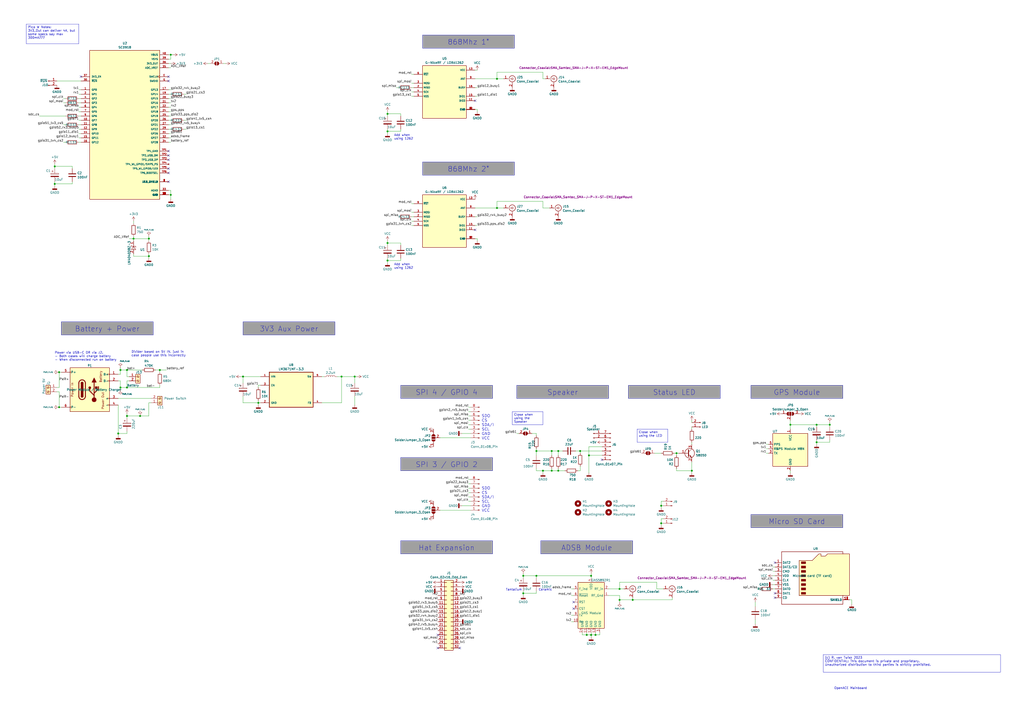
<source format=kicad_sch>
(kicad_sch (version 20231120) (generator "eeschema") (generator_version "8.0")
  (paper "A2")
  (junction (at 340.36 368.3))
  (junction (at 68.58 251.46))
  (junction (at 288.29 45.72))
  (junction (at 81.28 241.3))
  (junction (at 69.85 224.79))
  (junction (at 383.54 303.53))
  (junction (at 86.36 148.59))
  (junction (at 392.43 262.89))
  (junction (at 288.29 120.65))
  (junction (at 359.41 347.98))
  (junction (at 481.33 246.38))
  (junction (at 34.29 236.22))
  (junction (at 140.97 218.44))
  (junction (at 314.96 273.05))
  (junction (at 458.47 246.38))
  (junction (at 73.66 241.3))
  (junction (at 86.36 138.43))
  (junction (at 99.06 113.03))
  (junction (at 34.29 215.9))
  (junction (at 342.9 334.01))
  (junction (at 473.71 256.54))
  (junction (at 311.15 261.62))
  (junction (at 224.79 140.97))
  (junction (at 341.63 264.16))
  (junction (at 92.71 214.63))
  (junction (at 401.32 273.05))
  (junction (at 323.85 273.05))
  (junction (at 336.55 261.62))
  (junction (at 77.47 138.43))
  (junction (at 198.12 218.44))
  (junction (at 73.66 214.63))
  (junction (at 99.06 31.75))
  (junction (at 224.79 76.2))
  (junction (at 31.75 106.68))
  (junction (at 149.86 233.68))
  (junction (at 320.04 273.05))
  (junction (at 359.41 341.63))
  (junction (at 73.66 224.79))
  (junction (at 205.74 218.44))
  (junction (at 383.54 293.37))
  (junction (at 320.04 261.62))
  (junction (at 303.53 344.17))
  (junction (at 224.79 151.13))
  (junction (at 345.44 368.3))
  (junction (at 224.79 66.04))
  (junction (at 303.53 334.01))
  (junction (at 323.85 261.62))
  (junction (at 69.85 214.63))
  (junction (at 473.71 246.38))
  (junction (at 367.03 347.98))
  (junction (at 311.15 334.01))
  (junction (at 31.75 96.52))
  (junction (at 342.9 368.3))
  (no_connect (at 254 375.92))
  (no_connect (at 97.79 44.45))
  (no_connect (at 275.59 58.42))
  (no_connect (at 275.59 133.35))
  (no_connect (at 449.58 346.71))
  (no_connect (at 449.58 344.17))
  (no_connect (at 449.58 326.39))
  (no_connect (at 97.79 105.41))
  (no_connect (at 97.79 100.33))
  (no_connect (at 349.25 266.7))
  (no_connect (at 254 368.3))
  (no_connect (at 97.79 90.17))
  (no_connect (at 266.7 375.92))
  (no_connect (at 46.99 44.45))
  (no_connect (at 97.79 87.63))
  (no_connect (at 332.74 353.06))
  (no_connect (at 97.79 46.99))
  (no_connect (at 97.79 97.79))
  (no_connect (at 332.74 349.25))
  (no_connect (at 97.79 92.71))
  (wire (pts (xy 342.9 334.01) (xy 311.15 334.01)))
  (wire (pts (xy 448.31 331.47) (xy 449.58 331.47)))
  (wire (pts (xy 288.29 120.65) (xy 292.1 120.65)))
  (wire (pts (xy 68.58 251.46) (xy 68.58 252.73)))
  (wire (pts (xy 314.96 273.05) (xy 320.04 273.05)))
  (wire (pts (xy 224.79 67.31) (xy 224.79 66.04)))
  (wire (pts (xy 31.75 97.79) (xy 31.75 96.52)))
  (wire (pts (xy 311.15 261.62) (xy 311.15 264.16)))
  (wire (pts (xy 314.96 120.65) (xy 318.77 120.65)))
  (wire (pts (xy 347.98 367.03) (xy 347.98 368.3)))
  (wire (pts (xy 92.71 214.63) (xy 92.71 215.9)))
  (wire (pts (xy 34.29 227.33) (xy 33.02 227.33)))
  (wire (pts (xy 311.15 252.73) (xy 311.15 251.46)))
  (wire (pts (xy 68.58 251.46) (xy 73.66 251.46)))
  (wire (pts (xy 392.43 262.89) (xy 392.43 264.16)))
  (wire (pts (xy 353.06 345.44) (xy 359.41 345.44)))
  (wire (pts (xy 106.68 74.93) (xy 107.95 74.93)))
  (wire (pts (xy 438.15 359.41) (xy 438.15 361.95)))
  (wire (pts (xy 342.9 334.01) (xy 342.9 335.28)))
  (wire (pts (xy 238.76 50.8) (xy 240.03 50.8)))
  (wire (pts (xy 99.06 82.55) (xy 97.79 82.55)))
  (wire (pts (xy 381 337.82) (xy 359.41 337.82)))
  (wire (pts (xy 383.54 300.99) (xy 383.54 303.53)))
  (wire (pts (xy 73.66 218.44) (xy 74.93 218.44)))
  (wire (pts (xy 359.41 337.82) (xy 359.41 341.63)))
  (wire (pts (xy 31.75 96.52) (xy 41.91 96.52)))
  (wire (pts (xy 494.03 347.98) (xy 494.03 350.52)))
  (wire (pts (xy 31.75 96.52) (xy 31.75 95.25)))
  (wire (pts (xy 73.66 220.98) (xy 74.93 220.98)))
  (wire (pts (xy 69.85 214.63) (xy 69.85 217.17)))
  (wire (pts (xy 359.41 341.63) (xy 361.95 341.63)))
  (wire (pts (xy 288.29 120.65) (xy 288.29 116.84)))
  (wire (pts (xy 224.79 149.86) (xy 224.79 151.13)))
  (wire (pts (xy 481.33 246.38) (xy 481.33 247.65)))
  (wire (pts (xy 336.55 273.05) (xy 336.55 270.51)))
  (wire (pts (xy 99.06 39.37) (xy 97.79 39.37)))
  (wire (pts (xy 492.76 347.98) (xy 494.03 347.98)))
  (wire (pts (xy 224.79 76.2) (xy 224.79 77.47)))
  (wire (pts (xy 99.06 34.29) (xy 97.79 34.29)))
  (wire (pts (xy 276.86 64.77) (xy 276.86 63.5)))
  (wire (pts (xy 331.47 356.87) (xy 332.74 356.87)))
  (wire (pts (xy 320.04 261.62) (xy 323.85 261.62)))
  (wire (pts (xy 389.89 346.71) (xy 389.89 347.98)))
  (wire (pts (xy 481.33 245.11) (xy 481.33 246.38)))
  (wire (pts (xy 311.15 342.9) (xy 311.15 344.17)))
  (wire (pts (xy 41.91 96.52) (xy 41.91 97.79)))
  (wire (pts (xy 232.41 74.93) (xy 232.41 76.2)))
  (wire (pts (xy 100.33 31.75) (xy 99.06 31.75)))
  (wire (pts (xy 276.86 125.73) (xy 275.59 125.73)))
  (wire (pts (xy 224.79 151.13) (xy 224.79 152.4)))
  (wire (pts (xy 45.72 67.31) (xy 46.99 67.31)))
  (wire (pts (xy 458.47 243.84) (xy 458.47 246.38)))
  (wire (pts (xy 473.71 256.54) (xy 473.71 257.81)))
  (wire (pts (xy 86.36 241.3) (xy 86.36 233.68)))
  (wire (pts (xy 323.85 273.05) (xy 320.04 273.05)))
  (wire (pts (xy 45.72 64.77) (xy 46.99 64.77)))
  (wire (pts (xy 97.79 64.77) (xy 99.06 64.77)))
  (wire (pts (xy 444.5 257.81) (xy 445.77 257.81)))
  (wire (pts (xy 232.41 149.86) (xy 232.41 151.13)))
  (wire (pts (xy 238.76 118.11) (xy 240.03 118.11)))
  (wire (pts (xy 68.58 231.14) (xy 87.63 231.14)))
  (wire (pts (xy 69.85 224.79) (xy 73.66 224.79)))
  (wire (pts (xy 41.91 105.41) (xy 41.91 106.68)))
  (wire (pts (xy 205.74 218.44) (xy 198.12 218.44)))
  (wire (pts (xy 224.79 66.04) (xy 232.41 66.04)))
  (wire (pts (xy 34.29 236.22) (xy 34.29 227.33)))
  (wire (pts (xy 303.53 334.01) (xy 303.53 335.28)))
  (wire (pts (xy 337.82 368.3) (xy 340.36 368.3)))
  (wire (pts (xy 36.83 72.39) (xy 38.1 72.39)))
  (wire (pts (xy 238.76 125.73) (xy 240.03 125.73)))
  (wire (pts (xy 381 341.63) (xy 381 337.82)))
  (wire (pts (xy 276.86 55.88) (xy 275.59 55.88)))
  (wire (pts (xy 391.16 262.89) (xy 392.43 262.89)))
  (wire (pts (xy 73.66 241.3) (xy 73.66 242.57)))
  (wire (pts (xy 34.29 224.79) (xy 33.02 224.79)))
  (wire (pts (xy 139.7 218.44) (xy 140.97 218.44)))
  (wire (pts (xy 314.96 273.05) (xy 311.15 273.05)))
  (wire (pts (xy 276.86 40.64) (xy 275.59 40.64)))
  (wire (pts (xy 458.47 274.32) (xy 458.47 273.05)))
  (wire (pts (xy 149.86 232.41) (xy 149.86 233.68)))
  (wire (pts (xy 36.83 82.55) (xy 38.1 82.55)))
  (wire (pts (xy 97.79 69.85) (xy 99.06 69.85)))
  (wire (pts (xy 383.54 290.83) (xy 383.54 293.37)))
  (wire (pts (xy 473.71 246.38) (xy 481.33 246.38)))
  (wire (pts (xy 45.72 57.15) (xy 46.99 57.15)))
  (wire (pts (xy 336.55 261.62) (xy 336.55 262.89)))
  (wire (pts (xy 276.86 50.8) (xy 275.59 50.8)))
  (wire (pts (xy 273.05 248.92) (xy 271.78 248.92)))
  (wire (pts (xy 342.9 368.3) (xy 345.44 368.3)))
  (wire (pts (xy 99.06 110.49) (xy 99.06 113.03)))
  (wire (pts (xy 379.73 262.89) (xy 383.54 262.89)))
  (wire (pts (xy 271.78 285.75) (xy 273.05 285.75)))
  (wire (pts (xy 349.25 259.08) (xy 341.63 259.08)))
  (wire (pts (xy 99.06 80.01) (xy 97.79 80.01)))
  (wire (pts (xy 342.9 332.74) (xy 342.9 334.01)))
  (wire (pts (xy 481.33 255.27) (xy 481.33 256.54)))
  (wire (pts (xy 99.06 36.83) (xy 97.79 36.83)))
  (wire (pts (xy 229.87 50.8) (xy 231.14 50.8)))
  (wire (pts (xy 86.36 148.59) (xy 86.36 147.32)))
  (wire (pts (xy 35.56 215.9) (xy 34.29 215.9)))
  (wire (pts (xy 401.32 247.65) (xy 401.32 248.92)))
  (wire (pts (xy 340.36 368.3) (xy 342.9 368.3)))
  (wire (pts (xy 308.61 251.46) (xy 311.15 251.46)))
  (wire (pts (xy 303.53 342.9) (xy 303.53 344.17)))
  (wire (pts (xy 359.41 349.25) (xy 359.41 347.98)))
  (wire (pts (xy 392.43 262.89) (xy 393.7 262.89)))
  (wire (pts (xy 288.29 41.91) (xy 288.29 45.72)))
  (wire (pts (xy 311.15 273.05) (xy 311.15 271.78)))
  (wire (pts (xy 99.06 31.75) (xy 99.06 34.29)))
  (wire (pts (xy 69.85 214.63) (xy 73.66 214.63)))
  (wire (pts (xy 45.72 72.39) (xy 46.99 72.39)))
  (wire (pts (xy 238.76 43.18) (xy 240.03 43.18)))
  (wire (pts (xy 267.97 251.46) (xy 273.05 251.46)))
  (wire (pts (xy 86.36 148.59) (xy 86.36 149.86)))
  (wire (pts (xy 45.72 82.55) (xy 46.99 82.55)))
  (wire (pts (xy 232.41 140.97) (xy 232.41 142.24)))
  (wire (pts (xy 341.63 264.16) (xy 341.63 274.32)))
  (wire (pts (xy 99.06 54.61) (xy 97.79 54.61)))
  (wire (pts (xy 224.79 140.97) (xy 232.41 140.97)))
  (wire (pts (xy 140.97 218.44) (xy 151.13 218.44)))
  (wire (pts (xy 36.83 59.69) (xy 38.1 59.69)))
  (wire (pts (xy 323.85 273.05) (xy 327.66 273.05)))
  (wire (pts (xy 73.66 220.98) (xy 73.66 224.79)))
  (wire (pts (xy 238.76 128.27) (xy 240.03 128.27)))
  (wire (pts (xy 73.66 240.03) (xy 73.66 241.3)))
  (wire (pts (xy 438.15 349.25) (xy 438.15 351.79)))
  (wire (pts (xy 303.53 332.74) (xy 303.53 334.01)))
  (wire (pts (xy 448.31 339.09) (xy 449.58 339.09)))
  (wire (pts (xy 271.78 280.67) (xy 273.05 280.67)))
  (wire (pts (xy 140.97 229.87) (xy 140.97 233.68)))
  (wire (pts (xy 97.79 67.31) (xy 99.06 67.31)))
  (wire (pts (xy 275.59 45.72) (xy 288.29 45.72)))
  (wire (pts (xy 331.47 360.68) (xy 332.74 360.68)))
  (wire (pts (xy 97.79 110.49) (xy 99.06 110.49)))
  (wire (pts (xy 323.85 261.62) (xy 326.39 261.62)))
  (wire (pts (xy 448.31 334.01) (xy 449.58 334.01)))
  (wire (pts (xy 311.15 344.17) (xy 303.53 344.17)))
  (wire (pts (xy 303.53 334.01) (xy 311.15 334.01)))
  (wire (pts (xy 334.01 261.62) (xy 336.55 261.62)))
  (wire (pts (xy 45.72 77.47) (xy 46.99 77.47)))
  (wire (pts (xy 367.03 347.98) (xy 367.03 346.71)))
  (wire (pts (xy 345.44 367.03) (xy 345.44 368.3)))
  (wire (pts (xy 224.79 142.24) (xy 224.79 140.97)))
  (wire (pts (xy 99.06 113.03) (xy 99.06 115.57)))
  (wire (pts (xy 140.97 218.44) (xy 140.97 222.25)))
  (wire (pts (xy 303.53 344.17) (xy 303.53 345.44)))
  (wire (pts (xy 33.02 46.99) (xy 46.99 46.99)))
  (wire (pts (xy 323.85 261.62) (xy 323.85 264.16)))
  (wire (pts (xy 331.47 345.44) (xy 332.74 345.44)))
  (wire (pts (xy 86.36 137.16) (xy 86.36 138.43)))
  (wire (pts (xy 444.5 260.35) (xy 445.77 260.35)))
  (wire (pts (xy 238.76 55.88) (xy 240.03 55.88)))
  (wire (pts (xy 45.72 80.01) (xy 46.99 80.01)))
  (wire (pts (xy 129.54 36.83) (xy 130.81 36.83)))
  (wire (pts (xy 45.72 69.85) (xy 46.99 69.85)))
  (wire (pts (xy 97.79 72.39) (xy 99.06 72.39)))
  (wire (pts (xy 120.65 36.83) (xy 121.92 36.83)))
  (wire (pts (xy 31.75 105.41) (xy 31.75 106.68)))
  (wire (pts (xy 45.72 74.93) (xy 46.99 74.93)))
  (wire (pts (xy 267.97 293.37) (xy 273.05 293.37)))
  (wire (pts (xy 45.72 59.69) (xy 46.99 59.69)))
  (wire (pts (xy 97.79 74.93) (xy 99.06 74.93)))
  (wire (pts (xy 288.29 45.72) (xy 292.1 45.72)))
  (wire (pts (xy 205.74 229.87) (xy 205.74 234.95)))
  (wire (pts (xy 288.29 116.84) (xy 314.96 116.84)))
  (wire (pts (xy 273.05 290.83) (xy 271.78 290.83)))
  (wire (pts (xy 99.06 31.75) (xy 97.79 31.75)))
  (wire (pts (xy 238.76 130.81) (xy 240.03 130.81)))
  (wire (pts (xy 383.54 303.53) (xy 383.54 304.8)))
  (wire (pts (xy 276.86 63.5) (xy 275.59 63.5)))
  (wire (pts (xy 73.66 224.79) (xy 92.71 224.79)))
  (wire (pts (xy 69.85 213.36) (xy 69.85 214.63)))
  (wire (pts (xy 45.72 52.07) (xy 46.99 52.07)))
  (wire (pts (xy 340.36 367.03) (xy 340.36 368.3)))
  (wire (pts (xy 271.78 236.22) (xy 273.05 236.22)))
  (wire (pts (xy 224.79 140.97) (xy 224.79 139.7)))
  (wire (pts (xy 273.05 288.29) (xy 271.78 288.29)))
  (wire (pts (xy 273.05 246.38) (xy 271.78 246.38)))
  (wire (pts (xy 31.75 106.68) (xy 31.75 107.95)))
  (wire (pts (xy 271.78 283.21) (xy 273.05 283.21)))
  (wire (pts (xy 77.47 139.7) (xy 77.47 138.43)))
  (wire (pts (xy 73.66 241.3) (xy 81.28 241.3)))
  (wire (pts (xy 41.91 106.68) (xy 31.75 106.68)))
  (wire (pts (xy 359.41 347.98) (xy 367.03 347.98)))
  (wire (pts (xy 401.32 243.84) (xy 401.32 245.11)))
  (wire (pts (xy 149.86 223.52) (xy 151.13 223.52)))
  (wire (pts (xy 205.74 222.25) (xy 205.74 218.44)))
  (wire (pts (xy 336.55 261.62) (xy 349.25 261.62)))
  (wire (pts (xy 34.29 236.22) (xy 35.56 236.22)))
  (wire (pts (xy 22.86 67.31) (xy 38.1 67.31)))
  (wire (pts (xy 392.43 271.78) (xy 392.43 273.05)))
  (wire (pts (xy 99.06 52.07) (xy 97.79 52.07)))
  (wire (pts (xy 232.41 76.2) (xy 224.79 76.2)))
  (wire (pts (xy 45.72 62.23) (xy 46.99 62.23)))
  (wire (pts (xy 69.85 226.06) (xy 69.85 224.79)))
  (wire (pts (xy 383.54 293.37) (xy 384.81 293.37)))
  (wire (pts (xy 198.12 218.44) (xy 195.58 218.44)))
  (wire (pts (xy 36.83 57.15) (xy 38.1 57.15)))
  (wire (pts (xy 320.04 261.62) (xy 320.04 264.16)))
  (wire (pts (xy 186.69 218.44) (xy 187.96 218.44)))
  (wire (pts (xy 314.96 45.72) (xy 314.96 41.91)))
  (wire (pts (xy 276.86 130.81) (xy 275.59 130.81)))
  (wire (pts (xy 99.06 59.69) (xy 97.79 59.69)))
  (wire (pts (xy 224.79 74.93) (xy 224.79 76.2)))
  (wire (pts (xy 224.79 66.04) (xy 224.79 64.77)))
  (wire (pts (xy 81.28 241.3) (xy 86.36 241.3)))
  (wire (pts (xy 96.52 214.63) (xy 92.71 214.63)))
  (wire (pts (xy 232.41 66.04) (xy 232.41 67.31)))
  (wire (pts (xy 69.85 220.98) (xy 68.58 220.98)))
  (wire (pts (xy 276.86 138.43) (xy 275.59 138.43)))
  (wire (pts (xy 342.9 367.03) (xy 342.9 368.3)))
  (wire (pts (xy 384.81 300.99) (xy 383.54 300.99)))
  (wire (pts (xy 106.68 69.85) (xy 107.95 69.85)))
  (wire (pts (xy 97.79 113.03) (xy 99.06 113.03)))
  (wire (pts (xy 392.43 273.05) (xy 401.32 273.05)))
  (wire (pts (xy 255.27 254) (xy 273.05 254)))
  (wire (pts (xy 345.44 368.3) (xy 347.98 368.3)))
  (wire (pts (xy 73.66 214.63) (xy 73.66 218.44)))
  (wire (pts (xy 311.15 261.62) (xy 320.04 261.62)))
  (wire (pts (xy 271.78 241.3) (xy 273.05 241.3)))
  (wire (pts (xy 401.32 256.54) (xy 401.32 257.81)))
  (wire (pts (xy 383.54 293.37) (xy 383.54 294.64)))
  (wire (pts (xy 34.29 215.9) (xy 34.29 224.79)))
  (wire (pts (xy 275.59 120.65) (xy 288.29 120.65)))
  (wire (pts (xy 331.47 341.63) (xy 332.74 341.63)))
  (wire (pts (xy 106.68 54.61) (xy 107.95 54.61)))
  (wire (pts (xy 384.81 290.83) (xy 383.54 290.83)))
  (wire (pts (xy 238.76 48.26) (xy 240.03 48.26)))
  (wire (pts (xy 481.33 256.54) (xy 473.71 256.54)))
  (wire (pts (xy 359.41 345.44) (xy 359.41 347.98)))
  (wire (pts (xy 473.71 255.27) (xy 473.71 256.54)))
  (wire (pts (xy 77.47 147.32) (xy 77.47 148.59)))
  (wire (pts (xy 77.47 148.59) (xy 86.36 148.59)))
  (wire (pts (xy 335.28 273.05) (xy 336.55 273.05)))
  (wire (pts (xy 271.78 238.76) (xy 273.05 238.76)))
  (wire (pts (xy 271.78 278.13) (xy 273.05 278.13)))
  (wire (pts (xy 448.31 336.55) (xy 449.58 336.55)))
  (wire (pts (xy 77.47 137.16) (xy 77.47 138.43)))
  (wire (pts (xy 149.86 233.68) (xy 151.13 233.68)))
  (wire (pts (xy 458.47 246.38) (xy 458.47 248.92)))
  (wire (pts (xy 73.66 251.46) (xy 73.66 250.19)))
  (wire (pts (xy 238.76 123.19) (xy 240.03 123.19)))
  (wire (pts (xy 73.66 214.63) (xy 82.55 214.63)))
  (wire (pts (xy 69.85 224.79) (xy 69.85 220.98)))
  (wire (pts (xy 276.86 139.7) (xy 276.86 138.43)))
  (wire (pts (xy 74.93 138.43) (xy 77.47 138.43)))
  (wire (pts (xy 341.63 264.16) (xy 349.25 264.16)))
  (wire (pts (xy 316.23 45.72) (xy 314.96 45.72)))
  (wire (pts (xy 314.96 41.91) (xy 288.29 41.91)))
  (wire (pts (xy 86.36 138.43) (xy 86.36 139.7)))
  (wire (pts (xy 198.12 218.44) (xy 198.12 233.68)))
  (wire (pts (xy 401.32 274.32) (xy 401.32 273.05)))
  (wire (pts (xy 77.47 138.43) (xy 86.36 138.43)))
  (wire (pts (xy 207.01 218.44) (xy 205.74 218.44)))
  (wire (pts (xy 99.06 77.47) (xy 97.79 77.47)))
  (wire (pts (xy 458.47 246.38) (xy 473.71 246.38)))
  (wire (pts (xy 367.03 347.98) (xy 389.89 347.98)))
  (wire (pts (xy 384.81 341.63) (xy 381 341.63)))
  (wire (pts (xy 99.06 57.15) (xy 97.79 57.15)))
  (wire (pts (xy 45.72 54.61) (xy 46.99 54.61)))
  (wire (pts (xy 444.5 262.89) (xy 445.77 262.89)))
  (wire (pts (xy 92.71 223.52) (xy 92.71 224.79)))
  (wire (pts (xy 323.85 271.78) (xy 323.85 273.05)))
  (wire (pts (xy 473.71 246.38) (xy 473.71 247.65)))
  (wire (pts (xy 439.42 341.63) (xy 440.69 341.63)))
  (wire (pts (xy 342.9 368.3) (xy 342.9 369.57)))
  (wire (pts (xy 232.41 151.13) (xy 224.79 151.13)))
  (wire (pts (xy 337.82 367.03) (xy 337.82 368.3)))
  (wire (pts (xy 300.99 251.46) (xy 299.72 251.46)))
  (wire (pts (xy 311.15 260.35) (xy 311.15 261.62)))
  (wire (pts (xy 314.96 273.05) (xy 314.96 274.32)))
  (wire (pts (xy 448.31 328.93) (xy 449.58 328.93)))
  (wire (pts (xy 149.86 233.68) (xy 149.86 234.95)))
  (wire (pts (xy 401.32 273.05) (xy 401.32 267.97)))
  (wire (pts (xy 255.27 295.91) (xy 273.05 295.91)))
  (wire (pts (xy 69.85 217.17) (xy 68.58 217.17)))
  (wire (pts (xy 140.97 233.68) (xy 149.86 233.68)))
  (wire (pts (xy 311.15 334.01) (xy 311.15 335.28)))
  (wire (pts (xy 86.36 233.68) (xy 87.63 233.68)))
  (wire (pts (xy 68.58 234.95) (xy 68.58 251.46)))
  (wire (pts (xy 99.06 62.23) (xy 97.79 62.23)))
  (wire (pts (xy 314.96 116.84) (xy 314.96 120.65)))
  (wire (pts (xy 271.78 243.84) (xy 273.05 243.84)))
  (wire (pts (xy 149.86 224.79) (xy 149.86 223.52)))
  (wire (pts (xy 90.17 214.63) (xy 92.71 214.63)))
  (wire (pts (xy 320.04 271.78) (xy 320.04 273.05)))
  (wire (pts (xy 238.76 53.34) (xy 240.03 53.34)))
  (wire (pts (xy 383.54 303.53) (xy 384.81 303.53)))
  (wire (pts (xy 341.63 259.08) (xy 341.63 264.16)))
  (wire (pts (xy 448.31 341.63) (xy 449.58 341.63)))
  (wire (pts (xy 198.12 233.68) (xy 186.69 233.68)))
  (wire (pts (xy 77.47 128.27) (xy 77.47 129.54)))
  (wire (pts (xy 353.06 341.63) (xy 359.41 341.63)))
  (text_box "868Mhz 1^{*}" (at 245.11 20.32 0) (size 53.34 7.62) (fill (type color) (color 160 160 160 1)) (effects (font (size 3 3)) (justify top)))
  (text_box "SPI 4 / GPIO 4" (at 232.41 223.52 0) (size 53.34 7.62) (fill (type color) (color 160 160 160 1)) (effects (font (size 3 3)) (justify top)))
  (text_box "Micro SD Card" (at 435.61 298.45 0) (size 53.34 7.62) (fill (type color) (color 160 160 160 1)) (effects (font (size 3 3)) (justify top)))
  (text_box "3V3 Aux Power" (at 140.97 186.69 0) (size 53.34 7.62) (fill (type color) (color 160 160 160 1)) (effects (font (size 3 3)) (justify top)))
  (text_box "Hat Expansion" (at 232.41 313.69 0) (size 53.34 7.62) (fill (type color) (color 160 160 160 1)) (effects (font (size 3 3)) (justify top)))
  (text_box "Close when using the LED" (at 369.57 248.92 0) (size 17.78 7.62) (effects (font (size 1.27 1.27)) (justify left top)))
  (text_box "SPI 3 / GPIO 2" (at 232.41 265.43 0) (size 53.34 7.62) (fill (type color) (color 160 160 160 1)) (effects (font (size 3 3)) (justify top)))
  (text_box "GPS Module" (at 435.61 223.52 0) (size 53.34 7.62) (fill (type color) (color 160 160 160 1)) (effects (font (size 3 3)) (justify top)))
  (text_box "Speaker" (at 299.72 223.52 0) (size 53.34 7.62) (fill (type color) (color 160 160 160 1)) (effects (font (size 3 3)) (justify top)))
  (text_box "(c) R. van Twisk 2023\nCONFIDENTIAL: This document is private and proprietary. \nUnauthorized distribution to third parties is strictly prohibited." (at 477.52 379.73 0) (size 102.87 10.16) (effects (font (size 1.27 1.27)) (justify left top)))
  (text_box "ADSB Module\n" (at 313.69 313.69 0) (size 53.34 7.62) (fill (type color) (color 160 160 160 1)) (effects (font (size 3 3)) (justify top)))
  (text_box "868Mhz 2^{*}" (at 245.11 93.98 0) (size 53.34 7.62) (fill (type color) (color 160 160 160 1)) (effects (font (size 3 3)) (justify top)))
  (text_box "Close when using the Speaker" (at 297.18 238.76 0) (size 17.78 7.62) (effects (font (size 1.27 1.27)) (justify left top)))
  (text_box "Pico W Notes:\n3V3_Out can deliver 4A, but some specs say max 300mA???\n" (at 15.24 13.97 0) (size 30.48 11.43) (effects (font (size 1.27 1.27)) (justify left top)))
  (text_box "Status LED" (at 364.49 223.52 0) (size 53.34 7.62) (fill (type color) (color 160 160 160 1)) (effects (font (size 3 3)) (justify top)))
  (text_box "Battery + Power" (at 35.56 186.69 0) (size 53.34 7.62) (fill (type color) (color 160 160 160 1)) (effects (font (size 3 3)) (justify top)))
  (text "Add when \nusing 1262" (at 228.6 156.21 0) (effects (font (size 1.27 1.27)) (justify left bottom)))
  (text "Ceramic" (at 312.42 342.9 0) (effects (font (size 1.27 1.27)) (justify left bottom)))
  (text "Divider based on 5V IN, just in \ncase people use this incorrectly" (at 76.2 207.01 0) (effects (font (size 1.27 1.27)) (justify left bottom)))
  (text "SDO\nCS\nSDA/I\nSCL\nGND\nVCC\n" (at 279.4 297.18 0) (effects (font (size 1.6 1.6)) (justify left bottom)))
  (text "Power via USB-C OR via J2.\n- Both cases will charge battery\n- When disconnected run on battery" (at 31.75 209.55 0) (effects (font (size 1.27 1.27)) (justify left bottom)))
  (text "OpenACE Mainboard" (at 483.87 400.05 0) (effects (font (size 1.27 1.27)) (justify left bottom)))
  (text "Tantalium" (at 293.37 342.9 0) (effects (font (size 1.27 1.27)) (justify left bottom)))
  (text "Add when \nusing 1262" (at 228.6 81.28 0) (effects (font (size 1.27 1.27)) (justify left bottom)))
  (text "SDO\nCS\nSDA/I\nSCL\nGND\nVCC\n" (at 279.4 255.27 0) (effects (font (size 1.6 1.6)) (justify left bottom)))
  (label "bat-" (at 85.09 224.79 0))
  (label "gpio61" (at 266.7 363.22 0))
  (label "adsb_frame" (at 99.06 80.01 0))
  (label "gpio42_rx5_busy4" (at 99.06 72.39 0))
  (label "gpio33_pps_dio2" (at 254 355.6 180))
  (label "rx2" (at 99.06 62.23 0))
  (label "spi_mosi" (at 271.78 288.29 180))
  (label "spi_mosi" (at 36.83 59.69 180))
  (label "gpio31_tx4_cs2" (at 254 360.68 180))
  (label "gpio13_cs1" (at 266.7 353.06 0))
  (label "gpio61" (at 99.06 77.47 0))
  (label "tx1" (at 266.7 373.38 0))
  (label "mod_rst" (at 271.78 236.22 180))
  (label "gpio52_rx3_busy5" (at 254 350.52 180))
  (label "gpio52_rx3_busy5" (at 45.72 74.93 180))
  (label "gpio12_busy1" (at 266.7 355.6 0))
  (label "gpio71" (at 149.86 223.52 180))
  (label "battery_ref" (at 99.06 82.55 0))
  (label "spi_clk" (at 271.78 248.92 180))
  (label "spi_miso" (at 229.87 50.8 180))
  (label "PWR+" (at 34.29 220.98 0))
  (label "gpio31_tx4_cs2" (at 36.83 82.55 180))
  (label "gpio13_cs1" (at 107.95 74.93 0))
  (label "mod_rst" (at 271.78 278.13 180))
  (label "spi_mosi" (at 254 370.84 180))
  (label "spi_clk" (at 238.76 128.27 180))
  (label "gpio22_busy3" (at 271.78 280.67 180))
  (label "spi_mosi" (at 238.76 123.19 180))
  (label "gpio33_pps_dio2" (at 276.86 130.81 0))
  (label "rx1" (at 444.5 262.89 180))
  (label "mod_rst" (at 45.72 64.77 180))
  (label "spi_miso" (at 439.42 341.63 180))
  (label "gpio42_rx5_busy4" (at 271.78 238.76 180))
  (label "tx1" (at 444.5 260.35 180))
  (label "gpio21_cs3" (at 271.78 285.75 180))
  (label "rx1" (at 45.72 54.61 180))
  (label "gpio12_busy1" (at 276.86 50.8 0))
  (label "mod_rst" (at 254 347.98 180))
  (label "gpio33_pps_dio2" (at 99.06 67.31 0))
  (label "spi_mosi" (at 271.78 246.38 180))
  (label "gpio31_tx4_cs2" (at 238.76 130.81 180))
  (label "adsb_frame" (at 331.47 341.63 180))
  (label "gpio41_tx5_cs4" (at 254 365.76 180))
  (label "spi_mosi" (at 238.76 48.26 180))
  (label "gpio41_tx5_cs4" (at 107.95 69.85 0))
  (label "gpio12_busy1" (at 45.72 80.01 180))
  (label "tx2" (at 99.06 59.69 0))
  (label "gpio22_busy3" (at 266.7 347.98 0))
  (label "tx2" (at 331.47 360.68 180))
  (label "gpio11_dio1" (at 276.86 55.88 0))
  (label "gpio32_rx4_busy2" (at 254 358.14 180))
  (label "battery_ref" (at 96.52 214.63 0))
  (label "gpio13_cs1" (at 238.76 55.88 180))
  (label "gpio32_rx4_busy2" (at 276.86 125.73 0))
  (label "gpio42_rx5_busy4" (at 254 363.22 180))
  (label "gpio21_cs3" (at 107.95 54.61 0))
  (label "tx2" (at 266.7 345.44 0))
  (label "gpio51_tx3_cs5" (at 36.83 72.39 180))
  (label "gpio21_cs3" (at 266.7 350.52 0))
  (label "gpio22_busy3" (at 99.06 57.15 0))
  (label "rx2" (at 254 345.44 180))
  (label "rx1" (at 254 373.38 180))
  (label "spi_miso" (at 266.7 370.84 0))
  (label "gpio61" (at 299.72 251.46 180))
  (label "sdc_cs" (at 22.86 67.31 180))
  (label "spi_miso" (at 45.72 62.23 180))
  (label "gps_pps" (at 444.5 257.81 180))
  (label "sdc_cs" (at 266.7 365.76 0))
  (label "sdc_cs" (at 448.31 328.93 180))
  (label "spi_clk" (at 266.7 368.3 0))
  (label "spi_miso" (at 231.14 125.73 180))
  (label "ADC_VRef" (at 74.93 138.43 180))
  (label "gpio71" (at 45.72 69.85 180))
  (label "mod_rst" (at 238.76 118.11 180))
  (label "spi_clk" (at 271.78 290.83 180))
  (label "spi_mosi" (at 448.31 331.47 180))
  (label "spi_miso" (at 271.78 241.3 180))
  (label "PWR-" (at 34.29 231.14 0))
  (label "rx2" (at 331.47 356.87 180))
  (label "gpio51_tx3_cs5" (at 254 353.06 180))
  (label "mod_rst" (at 238.76 43.18 180))
  (label "gpio11_dio1" (at 266.7 358.14 0))
  (label "gps_pps" (at 99.06 64.77 0))
  (label "spi_miso" (at 271.78 283.21 180))
  (label "gpio11_dio1" (at 45.72 77.47 180))
  (label "bat+" (at 73.66 214.63 0))
  (label "ADC_VRef" (at 99.06 39.37 0))
  (label "spi_clk" (at 238.76 53.34 180))
  (label "mod_rst" (at 331.47 345.44 180))
  (label "gpio32_rx4_busy2" (at 99.06 52.07 0))
  (label "spi_clk" (at 448.31 336.55 180))
  (label "spi_clk" (at 36.83 57.15 180))
  (label "gpio61" (at 372.11 262.89 180))
  (label "gpio41_tx5_cs4" (at 271.78 243.84 180))
  (label "tx1" (at 45.72 52.07 180))
  (symbol (lib_id "Device:C") (at 232.41 146.05 0) (unit 1)
    (property "Reference" "C13" (at 235.331 144.8379 0) (effects (justify left)))
    (property "Value" "100nF" (at 235.331 147.2621 0) (effects (justify left)))
    (property "Footprint" "Capacitor_SMD:C_0402_1005Metric" (effects (hide yes)))
    (property "LCSC" "C361198" (effects (hide yes)))
  )
  (symbol (lib_id "power:VCC") (at 251.46 248.92 90) (unit 1)
    (property "Reference" "#PWR01" (effects (hide yes)))
    (property "Value" "VCC" (at 248.285 248.92 90) (effects (justify left)))
  )
  (symbol (lib_id "power:VCC") (at 463.55 240.03 270) (unit 1)
    (property "Reference" "#PWR098" (effects (hide yes)))
    (property "Value" "VCC" (at 466.725 240.03 90) (effects (justify left)))
  )
  (symbol (lib_id "power:VCC") (at 207.01 218.44 270) (unit 1)
    (property "Reference" "#PWR085" (effects (hide yes)))
    (property "Value" "VCC" (at 210.185 218.44 90) (effects (justify left)))
  )
  (symbol (lib_id "power:VCC") (at 224.79 64.77 0) (unit 1)
    (property "Reference" "#PWR042" (effects (hide yes)))
    (property "Value" "VCC" (at 224.79 60.6369 0))
  )
  (symbol (lib_id "power:GNDD") (at 99.06 115.57 0) (unit 1)
    (property "Reference" "#PWR020" (effects (hide yes)))
    (property "Value" "GNDD" (at 99.06 119.3221 0))
  )
  (symbol (lib_id "power:PWR_FLAG") (at 86.36 137.16 0) (unit 1)
    (property "Reference" "#FLG07" (effects (hide yes)))
    (property "Value" "PWR_FLAG" (at 86.36 133.35 0) (effects (font (size 0.75 0.75))))
  )
  (symbol (lib_id "power:GNDD") (at 314.96 274.32 0) (unit 1)
    (property "Reference" "#PWR010" (effects (hide yes)))
    (property "Value" "GNDD" (at 314.96 278.0721 0))
  )
  (symbol (lib_id "Connector:Conn_01x02_Pin") (at 27.94 46.99 0) (unit 1) (in_bom no)
    (property "Reference" "J10" (at 26.162 49.276 0))
    (property "Value" "~{RUN}" (at 25.4 46.99 0))
    (property "Footprint" "Connector_PinHeader_2.54mm:PinHeader_1x02_P2.54mm_Vertical" (effects (hide yes)))
  )
  (symbol (lib_id "power:VCC") (at 342.9 332.74 0) (unit 1)
    (property "Reference" "#PWR088" (effects (hide yes)))
    (property "Value" "VCC" (at 342.9 328.6069 0))
  )
  (symbol (lib_id "power:+5V") (at 31.75 95.25 0) (unit 1)
    (property "Reference" "#PWR05" (effects (hide yes)))
    (property "Value" "+5V" (at 31.75 91.1169 0))
  )
  (symbol (lib_id "Device:R") (at 77.47 133.35 0) (unit 1) (in_bom no)
    (property "Reference" "R1" (at 79.248 132.1379 0) (effects (justify left)))
    (property "Value" "750" (at 79.248 134.5621 0) (effects (justify left)))
    (property "Footprint" "Resistor_SMD:R_0805_2012Metric" (effects (hide yes)))
    (property "LCSC" "C17818" (effects (hide yes)))
  )
  (symbol (lib_id "Mechanical:MountingHole") (at 335.28 297.18 0) (unit 1)
    (property "Reference" "H2" (at 337.82 295.9679 0) (effects (justify left)))
    (property "Value" "MountingHole" (at 337.82 298.3921 0) (effects (justify left)))
    (property "Footprint" "MountingHole:MountingHole_2.7mm" (effects (hide yes)))
  )
  (symbol (lib_id "Device:C_Polarized") (at 205.74 226.06 0) (unit 1)
    (property "Reference" "C15" (at 200.66 223.52 0) (effects (justify left)))
    (property "Value" "10uF" (at 205.74 228.6 0) (effects (justify left)))
    (property "Footprint" "Capacitor_SMD:C_1206_3216Metric" (effects (hide yes)))
    (property "LCSC" "C185774" (effects (hide yes)))
  )
  (symbol (lib_id "Device:C") (at 311.15 339.09 0) (unit 1)
    (property "Reference" "C16" (at 314.071 337.8779 0) (effects (justify left)))
    (property "Value" "100nF" (at 314.071 340.3021 0) (effects (justify left)))
    (property "Footprint" "Capacitor_SMD:C_0402_1005Metric" (effects (hide yes)))
    (property "LCSC" "C361198" (effects (hide yes)))
  )
  (symbol (lib_id "power:GNDD") (at 86.36 149.86 0) (unit 1)
    (property "Reference" "#PWR016" (effects (hide yes)))
    (property "Value" "GNDD" (at 86.36 153.6121 0))
  )
  (symbol (lib_id "power:+3V3") (at 99.06 36.83 270) (unit 1)
    (property "Reference" "#PWR019" (effects (hide yes)))
    (property "Value" "+3V3" (at 102.235 36.83 90) (effects (justify left)))
  )
  (symbol (lib_id "GNiceRF:Lora1262") (at 257.81 53.34 0) (unit 1) (in_bom no)
    (property "Reference" "U5" (at 257.81 33.9557 0))
    (property "Value" "G-NiceRF / LORA1262" (at 257.81 36.3799 0))
    (property "Footprint" "gnicerf:lora1262" (effects (hide yes)))
  )
  (symbol (lib_id "power:PWR_FLAG") (at 69.85 226.06 180) (unit 1)
    (property "Reference" "#FLG06" (effects (hide yes)))
    (property "Value" "PWR_FLAG" (at 73.66 228.6 0) (effects (font (size 0.75 0.75))))
  )
  (symbol (lib_id "Device:C_Polarized") (at 31.75 101.6 0) (unit 1)
    (property "Reference" "C1" (at 26.67 99.06 0) (effects (justify left)))
    (property "Value" "10uF" (at 31.75 104.14 0) (effects (justify left)))
    (property "Footprint" "Capacitor_SMD:C_1206_3216Metric" (effects (hide yes)))
    (property "LCSC" "C185774" (effects (hide yes)))
  )
  (symbol (lib_id "Connector:Conn_Coaxial") (at 297.18 120.65 0) (unit 1) (in_bom no)
    (property "Reference" "J27" (at 299.7201 119.7311 0) (effects (justify left)))
    (property "Value" "Conn_Coaxial" (at 299.7201 122.1553 0) (effects (justify left)))
    (property "Footprint" "Connector_Coaxial:SMA_Amphenol_132203-12_Horizontal" (effects (hide yes)))
    (property "Datasheet" " ~" (effects (hide yes)))
  )
  (symbol (lib_id "Device:C") (at 311.15 267.97 0) (unit 1)
    (property "Reference" "C5" (at 304.8 266.7 0) (effects (justify left)))
    (property "Value" "100nF" (at 303.53 270.51 0) (effects (justify left)))
    (property "Footprint" "Capacitor_SMD:C_0402_1005Metric" (effects (hide yes)))
    (property "LCSC" "C361198" (effects (hide yes)))
  )
  (symbol (lib_id "power:PWR_FLAG") (at 34.29 215.9 90) (unit 1)
    (property "Reference" "#FLG01" (effects (hide yes)))
    (property "Value" "PWR_FLAG" (at 27.94 215.9 90) (effects (font (size 0.75 0.75))))
  )
  (symbol (lib_id "Connector:Screw_Terminal_01x02") (at 80.01 218.44 0) (unit 1) (in_bom no)
    (property "Reference" "J13" (at 78.74 215.9 0) (effects (justify left)))
    (property "Value" "Battery" (at 73.66 223.52 0) (effects (justify left)))
    (property "Footprint" "TerminalBlock_Phoenix:TerminalBlock_Phoenix_PT-1,5-2-3.5-H_1x02_P3.50mm_Horizontal" (effects (hide yes)))
  )
  (symbol (lib_id "Connector:Conn_01x07_Pin") (at 354.33 259.08 180) (unit 1) (in_bom no)
    (property "Reference" "J6" (at 355.0412 257.8679 0) (effects (justify right)))
    (property "Value" "Conn_01x07_Pin" (at 345.44 269.24 0) (effects (justify right)))
    (property "Footprint" "Connector_PinHeader_2.54mm:PinHeader_1x07_P2.54mm_Vertical" (effects (hide yes)))
  )
  (symbol (lib_id "Mechanical:MountingHole") (at 335.28 292.1 0) (unit 1)
    (property "Reference" "H1" (at 337.82 290.8879 0) (effects (justify left)))
    (property "Value" "MountingHole" (at 337.82 293.3121 0) (effects (justify left)))
    (property "Footprint" "MountingHole:MountingHole_2.7mm" (effects (hide yes)))
  )
  (symbol (lib_id "power:VCC") (at 401.32 243.84 0) (unit 1)
    (property "Reference" "#PWR03" (effects (hide yes)))
    (property "Value" "VCC" (at 401.32 239.7069 0))
  )
  (symbol (lib_id "Jumper:SolderJumper_2_Open") (at 125.73 36.83 180) (unit 1) (in_bom no)
    (property "Reference" "JP1" (at 125.73 34.2209 0))
    (property "Value" "PICO Power" (effects (hide yes)))
    (property "Footprint" "Jumper:SolderJumper-2_P1.3mm_Open_TrianglePad1.0x1.5mm" (effects (hide yes)))
  )
  (symbol (lib_id "Device:R") (at 323.85 267.97 180) (unit 1)
    (property "Reference" "R17" (at 328.93 269.24 0) (effects (justify left)))
    (property "Value" "220" (at 318.77 266.7 0) (effects (justify left)))
    (property "Footprint" "Resistor_SMD:R_0805_2012Metric" (effects (hide yes)))
    (property "LCSC" "C17557" (effects (hide yes)))
  )
  (symbol (lib_id "power:GNDD") (at 473.71 257.81 0) (unit 1)
    (property "Reference" "#PWR099" (effects (hide yes)))
    (property "Value" "GNDD" (at 473.71 262.89 90))
  )
  (symbol (lib_id "power:GNDD") (at 383.54 294.64 0) (mirror y) (unit 1)
    (property "Reference" "#PWR025" (effects (hide yes)))
    (property "Value" "GNDD" (at 383.54 298.3921 0))
  )
  (symbol (lib_id "Connector:Conn_Coaxial") (at 367.03 341.63 0) (unit 1) (in_bom no)
    (property "Reference" "J7" (at 369.5701 340.7111 0) (effects (justify left)))
    (property "Value" "Conn_Coaxial" (at 369.5701 343.1353 0) (effects (justify left)))
    (property "Footprint" "Connector_Coaxial:SMA_Amphenol_132203-12_Horizontal" (effects (hide yes)))
    (property "Datasheet" " ~" (effects (hide yes)))
  )
  (symbol (lib_id "power:GNDD") (at 266.7 342.9 90) (unit 1)
    (property "Reference" "#PWR081" (effects (hide yes)))
    (property "Value" "GNDD" (at 271.78 342.9 90))
  )
  (symbol (lib_id "power:VCC") (at 130.81 36.83 270) (unit 1)
    (property "Reference" "#PWR022" (effects (hide yes)))
    (property "Value" "VCC" (at 133.985 36.83 90) (effects (justify left)))
  )
  (symbol (lib_id "power:+5V") (at 453.39 240.03 90) (unit 1)
    (property "Reference" "#PWR096" (effects (hide yes)))
    (property "Value" "+5V" (at 448.31 240.03 90))
  )
  (symbol (lib_id "power:VCC") (at 251.46 290.83 90) (unit 1)
    (property "Reference" "#PWR02" (effects (hide yes)))
    (property "Value" "VCC" (at 248.285 290.83 90) (effects (justify left)))
  )
  (symbol (lib_id "power:GNDD") (at 224.79 77.47 0) (unit 1)
    (property "Reference" "#PWR056" (effects (hide yes)))
    (property "Value" "GNDD" (at 224.79 81.2221 0))
  )
  (symbol (lib_id "power:+5V") (at 251.46 259.08 90) (unit 1)
    (property "Reference" "#PWR069" (effects (hide yes)))
    (property "Value" "+5V" (at 248.2851 259.08 90) (effects (justify left)))
  )
  (symbol (lib_id "Device:R") (at 311.15 256.54 180) (unit 1)
    (property "Reference" "R15" (at 307.34 256.54 90) (effects (justify left)))
    (property "Value" "220" (at 309.372 255.3279 90) (effects (justify left)))
    (property "Footprint" "Resistor_SMD:R_0805_2012Metric" (effects (hide yes)))
    (property "LCSC" "C17557" (effects (hide yes)))
  )
  (symbol (lib_id "Connector:Conn_Coaxial") (at 297.18 45.72 0) (unit 1) (in_bom no)
    (property "Reference" "J25" (at 299.7201 44.8011 0) (effects (justify left)))
    (property "Value" "Conn_Coaxial" (at 299.7201 47.2253 0) (effects (justify left)))
    (property "Footprint" "Connector_Coaxial:SMA_Amphenol_132203-12_Horizontal" (effects (hide yes)))
    (property "Datasheet" " ~" (effects (hide yes)))
  )
  (symbol (lib_id "Device:R") (at 41.91 57.15 90) (unit 1)
    (property "Reference" "R7" (at 41.91 57.15 90) (effects (justify left)))
    (property "Value" "33" (at 44.45 57.15 90) (effects (justify left)))
    (property "Footprint" "Resistor_SMD:R_0805_2012Metric" (effects (hide yes)))
    (property "LCSC" "C17634" (effects (hide yes)))
  )
  (symbol (lib_id "power:VCC") (at 266.7 340.36 270) (unit 1)
    (property "Reference" "#PWR08" (effects (hide yes)))
    (property "Value" "VCC" (at 269.875 340.36 90) (effects (justify left)))
  )
  (symbol (lib_id "power:GNDD") (at 33.02 49.53 0) (unit 1)
    (property "Reference" "#PWR04" (effects (hide yes)))
    (property "Value" "GNDD" (at 33.02 53.2821 0))
  )
  (symbol (lib_id "Device:C") (at 41.91 101.6 0) (unit 1)
    (property "Reference" "C2" (at 44.831 100.3879 0) (effects (justify left)))
    (property "Value" "100nF" (at 44.831 102.8121 0) (effects (justify left)))
    (property "Footprint" "Capacitor_SMD:C_0402_1005Metric" (effects (hide yes)))
    (property "LCSC" "C361198" (effects (hide yes)))
  )
  (symbol (lib_id "power:GNDD") (at 458.47 274.32 0) (unit 1)
    (property "Reference" "#PWR097" (effects (hide yes)))
    (property "Value" "GNDD" (at 458.47 278.0721 0))
  )
  (symbol (lib_id "Device:C_Polarized") (at 73.66 246.38 0) (unit 1)
    (property "Reference" "C3" (at 69.85 248.92 90) (effects (justify left)))
    (property "Value" "220uF" (at 77.47 248.92 90) (effects (justify left)))
    (property "Footprint" "Capacitor_SMD:CP_Elec_6.3x7.7" (effects (hide yes)))
    (property "LCSC" "C131158" (effects (hide yes)))
  )
  (symbol (lib_id "Connector:Conn_Coaxial") (at 323.85 120.65 0) (unit 1) (in_bom no)
    (property "Reference" "J15" (at 326.3901 119.7311 0) (effects (justify left)))
    (property "Value" "Conn_Coaxial" (at 326.3901 122.1553 0) (effects (justify left)))
    (property "Footprint" "Connector_Coaxial:SMA_Samtec_SMA-J-P-X-ST-EM1_EdgeMount" (at 335.28 114.3 0))
    (property "Datasheet" " ~" (effects (hide yes)))
  )
  (symbol (lib_id "Device:R") (at 320.04 267.97 180) (unit 1)
    (property "Reference" "R16" (at 318.77 269.24 0) (effects (justify left)))
    (property "Value" "220" (at 328.93 266.7 0) (effects (justify left)))
    (property "Footprint" "Resistor_SMD:R_0805_2012Metric" (effects (hide yes)))
    (property "LCSC" "C17557" (effects (hide yes)))
  )
  (symbol (lib_id "Mechanical:MountingHole") (at 353.06 292.1 0) (unit 1)
    (property "Reference" "H3" (at 355.6 290.8879 0) (effects (justify left)))
    (property "Value" "MountingHole" (at 355.6 293.3121 0) (effects (justify left)))
    (property "Footprint" "MountingHole:MountingHole_2.7mm" (effects (hide yes)))
  )
  (symbol (lib_id "Connector:Conn_Coaxial") (at 321.31 45.72 0) (unit 1) (in_bom no)
    (property "Reference" "J14" (at 323.8501 44.8011 0) (effects (justify left)))
    (property "Value" "Conn_Coaxial" (at 323.8501 47.2253 0) (effects (justify left)))
    (property "Footprint" "Connector_Coaxial:SMA_Samtec_SMA-J-P-X-ST-EM1_EdgeMount" (at 332.74 39.37 0))
    (property "Datasheet" " ~" (effects (hide yes)))
  )
  (symbol (lib_id "Device:R") (at 86.36 214.63 90) (unit 1)
    (property "Reference" "R4" (at 86.36 209.55 90) (effects (justify left)))
    (property "Value" "470K" (at 88.9 212.09 90) (effects (justify left)))
    (property "Footprint" "Resistor_SMD:R_0805_2012Metric" (effects (hide yes)))
    (property "LCSC" "C17709" (effects (hide yes)))
  )
  (symbol (lib_id "power:+5V") (at 100.33 31.75 270) (unit 1)
    (property "Reference" "#PWR021" (effects (hide yes)))
    (property "Value" "+5V" (at 103.505 31.75 90) (effects (justify left)))
  )
  (symbol (lib_id "Jumper:SolderJumper_3_Open") (at 458.47 240.03 0) (unit 1) (in_bom no)
    (property "Reference" "JP6" (at 458.47 234.9967 0))
    (property "Value" "SolderJumper_3_Open" (at 458.47 237.4209 0))
    (property "Footprint" "Jumper:SolderJumper-3_P2.0mm_Open_TrianglePad1.0x1.5mm" (effects (hide yes)))
  )
  (symbol (lib_id "Device:R") (at 86.36 143.51 0) (unit 1) (in_bom no)
    (property "Reference" "R3" (at 88.138 142.2979 0) (effects (justify left)))
    (property "Value" "10K" (at 88.138 144.7221 0) (effects (justify left)))
    (property "Footprint" "Resistor_SMD:R_0805_2012Metric" (effects (hide yes)))
    (property "LCSC" "C17414" (effects (hide yes)))
  )
  (symbol (lib_id "power:PWR_FLAG") (at 481.33 245.11 0) (unit 1)
    (property "Reference" "#FLG012" (effects (hide yes)))
    (property "Value" "PWR_FLAG" (at 481.33 241.3 0) (effects (font (size 0.75 0.75))))
  )
  (symbol (lib_id "power:+5V") (at 254 337.82 90) (unit 1)
    (property "Reference" "#PWR09" (effects (hide yes)))
    (property "Value" "+5V" (at 250.8251 337.82 90) (effects (justify left)))
  )
  (symbol (lib_id "power:GNDD") (at 341.63 274.32 0) (unit 1)
    (property "Reference" "#PWR014" (effects (hide yes)))
    (property "Value" "GNDD" (at 341.63 278.0721 0))
  )
  (symbol (lib_id "power:PWR_FLAG") (at 303.53 332.74 0) (unit 1)
    (property "Reference" "#FLG03" (effects (hide yes)))
    (property "Value" "PWR_FLAG" (at 303.53 328.93 0) (effects (font (size 0.75 0.75))))
  )
  (symbol (lib_id "Reference_Voltage:LM4040DBZ-3") (at 77.47 143.51 90) (unit 1) (in_bom no)
    (property "Reference" "U1" (at 81.28 144.78 90) (effects (justify right)))
    (property "Value" "LM4040DBZ-3" (at 74.93 139.7 0) (effects (justify right)))
    (property "Footprint" "Package_TO_SOT_SMD:SOT-23" (effects (hide yes)))
    (property "Datasheet" "http://www.ti.com/lit/ds/symlink/lm4040-n.pdf" (effects (hide yes)))
    (property "LCSC" "C130178" (effects (hide yes)))
  )
  (symbol (lib_id "power:+5V") (at 73.66 240.03 0) (unit 1)
    (property "Reference" "#PWR017" (effects (hide yes)))
    (property "Value" "+5V" (at 73.66 236.22 0))
  )
  (symbol (lib_id "Device:R") (at 102.87 74.93 90) (unit 1)
    (property "Reference" "R14" (at 102.87 74.93 90) (effects (justify left)))
    (property "Value" "33" (at 105.41 74.93 90) (effects (justify left)))
    (property "Footprint" "Resistor_SMD:R_0805_2012Metric" (effects (hide yes)))
    (property "LCSC" "C17634" (effects (hide yes)))
  )
  (symbol (lib_id "Connector:Conn_01x02_Pin") (at 406.4 247.65 180) (unit 1) (in_bom no)
    (property "Reference" "J8" (at 408.178 245.364 0))
    (property "Value" "LED" (at 408.94 247.65 0))
    (property "Footprint" "Connector_PinHeader_2.54mm:PinHeader_1x02_P2.54mm_Vertical" (effects (hide yes)))
  )
  (symbol (lib_id "power:GNDD") (at 224.79 152.4 0) (unit 1)
    (property "Reference" "#PWR024" (effects (hide yes)))
    (property "Value" "GNDD" (at 224.79 156.1521 0))
  )
  (symbol (lib_id "power:VCC") (at 276.86 40.64 0) (unit 1)
    (property "Reference" "#PWR054" (effects (hide yes)))
    (property "Value" "VCC" (at 276.86 36.5069 0))
  )
  (symbol (lib_id "Device:R") (at 331.47 273.05 270) (unit 1)
    (property "Reference" "R18" (at 330.2 278.13 90) (effects (justify left)))
    (property "Value" "750" (at 330.2 275.59 90) (effects (justify left)))
    (property "Footprint" "Resistor_SMD:R_0805_2012Metric" (effects (hide yes)))
    (property "LCSC" "C17818" (effects (hide yes)))
  )
  (symbol (lib_id "Connector:Screw_Terminal_01x02") (at 92.71 233.68 0) (mirror x) (unit 1) (in_bom no)
    (property "Reference" "J11" (at 91.44 236.22 0) (effects (justify left)))
    (property "Value" "Power Switch" (at 95.25 231.14 0) (effects (justify left)))
    (property "Footprint" "TerminalBlock_Phoenix:TerminalBlock_Phoenix_PT-1,5-2-3.5-H_1x02_P3.50mm_Horizontal" (effects (hide yes)))
  )
  (symbol (lib_id "power:GNDD") (at 303.53 345.44 0) (unit 1)
    (property "Reference" "#PWR084" (effects (hide yes)))
    (property "Value" "GNDD" (at 303.53 349.1921 0))
  )
  (symbol (lib_id "Device:C_Polarized") (at 303.53 339.09 0) (unit 1)
    (property "Reference" "C4" (at 298.45 336.55 0) (effects (justify left)))
    (property "Value" "10uF" (at 303.53 341.63 0) (effects (justify left)))
    (property "Footprint" "Capacitor_SMD:C_1206_3216Metric" (effects (hide yes)))
    (property "LCSC" "C185774" (effects (hide yes)))
  )
  (symbol (lib_id "Device:C_Polarized") (at 224.79 71.12 0) (unit 1)
    (property "Reference" "C10" (at 219.71 68.58 0) (effects (justify left)))
    (property "Value" "10uF" (at 224.79 73.66 0) (effects (justify left)))
    (property "Footprint" "Capacitor_SMD:C_1206_3216Metric" (effects (hide yes)))
    (property "LCSC" "C185774" (effects (hide yes)))
  )
  (symbol (lib_id "Device:C") (at 481.33 251.46 0) (unit 1)
    (property "Reference" "C20" (at 484.251 250.2479 0) (effects (justify left)))
    (property "Value" "100nF" (at 484.251 252.6721 0) (effects (justify left)))
    (property "Footprint" "Capacitor_SMD:C_0402_1005Metric" (effects (hide yes)))
    (property "LCSC" "C361198" (effects (hide yes)))
  )
  (symbol (lib_id "power:PWR_FLAG") (at 359.41 349.25 180) (unit 1)
    (property "Reference" "#FLG011" (effects (hide yes)))
    (property "Value" "PWR_FLAG" (at 359.41 353.06 0) (effects (font (size 0.75 0.75))))
  )
  (symbol (lib_id "Device:C") (at 438.15 355.6 0) (unit 1)
    (property "Reference" "C18" (at 441.071 354.3879 0) (effects (justify left)))
    (property "Value" "100nF" (at 441.071 356.8121 0) (effects (justify left)))
    (property "Footprint" "Capacitor_SMD:C_0402_1005Metric" (effects (hide yes)))
    (property "LCSC" "C361198" (effects (hide yes)))
  )
  (symbol (lib_id "power:+5V") (at 139.7 218.44 90) (unit 1)
    (property "Reference" "#PWR075" (effects (hide yes)))
    (property "Value" "+5V" (at 134.62 218.44 90))
  )
  (symbol (lib_id "Device:R") (at 41.91 59.69 90) (unit 1)
    (property "Reference" "R8" (at 41.91 59.69 90) (effects (justify left)))
    (property "Value" "33" (at 44.45 59.69 90) (effects (justify left)))
    (property "Footprint" "Resistor_SMD:R_0805_2012Metric" (effects (hide yes)))
    (property "LCSC" "C17634" (effects (hide yes)))
  )
  (symbol (lib_id "Connector_Generic:Conn_02x16_Odd_Even") (at 259.08 355.6 0) (unit 1) (in_bom no)
    (property "Reference" "J1" (at 260.35 332.4057 0))
    (property "Value" "Conn_02x16_Odd_Even" (at 260.35 334.8299 0))
    (property "Footprint" "Connector_PinHeader_2.54mm:PinHeader_2x16_P2.54mm_Vertical" (effects (hide yes)))
  )
  (symbol (lib_id "Connector:Conn_01x02_Pin") (at 389.89 293.37 180) (unit 1) (in_bom no)
    (property "Reference" "J9" (at 391.668 291.084 0))
    (property "Value" "LED" (effects (hide yes)))
    (property "Footprint" "Connector_PinHeader_2.54mm:PinHeader_1x02_P2.54mm_Vertical" (effects (hide yes)))
  )
  (symbol (lib_id "Jumper:SolderJumper_2_Open") (at 304.8 251.46 180) (unit 1) (in_bom no)
    (property "Reference" "JP4" (at 304.8 248.8509 0))
    (property "Value" "Speaker" (effects (hide yes)))
    (property "Footprint" "Jumper:SolderJumper-2_P1.3mm_Open_TrianglePad1.0x1.5mm" (effects (hide yes)))
  )
  (symbol (lib_id "Connector:Conn_01x08_Pin") (at 278.13 288.29 180) (unit 1) (in_bom no)
    (property "Reference" "J4" (at 273.05 298.45 0) (effects (justify right)))
    (property "Value" "Conn_01x08_Pin" (at 273.05 300.99 0) (effects (justify right)))
    (property "Footprint" "Connector_PinHeader_2.54mm:PinHeader_1x08_P2.54mm_Vertical" (effects (hide yes)))
  )
  (symbol (lib_id "power:GNDD") (at 266.7 360.68 90) (unit 1)
    (property "Reference" "#PWR027" (effects (hide yes)))
    (property "Value" "GNDD" (at 271.78 360.68 90))
  )
  (symbol (lib_id "power:+5V") (at 349.25 256.54 90) (unit 1)
    (property "Reference" "#PWR012" (effects (hide yes)))
    (property "Value" "+5V" (at 346.0751 256.54 90) (effects (justify left)))
  )
  (symbol (lib_id "GNS:GNS5892R") (at 342.9 355.6 0) (unit 1) (in_bom no)
    (property "Reference" "GNS5892R1" (at 342.9 336.55 0) (effects (justify left)))
    (property "Value" "GNS Module" (at 342.9 355.6 0))
    (property "Footprint" "GNS:GNS5892R1" (effects (hide yes)))
  )
  (symbol (lib_id "Device:C_Polarized") (at 473.71 251.46 0) (unit 1)
    (property "Reference" "C19" (at 468.63 248.92 0) (effects (justify left)))
    (property "Value" "10uF" (at 473.71 254 0) (effects (justify left)))
    (property "Footprint" "Capacitor_SMD:C_1206_3216Metric" (effects (hide yes)))
    (property "LCSC" "C185774" (effects (hide yes)))
  )
  (symbol (lib_id "Device:R") (at 444.5 341.63 90) (unit 1)
    (property "Reference" "R21" (at 443.23 341.63 90) (effects (justify left)))
    (property "Value" "33" (at 447.04 341.63 90) (effects (justify left)))
    (property "Footprint" "Resistor_SMD:R_0805_2012Metric" (effects (hide yes)))
    (property "LCSC" "C17634" (effects (hide yes)))
  )
  (symbol (lib_id "power:GNDD") (at 149.86 234.95 0) (unit 1)
    (property "Reference" "#PWR030" (effects (hide yes)))
    (property "Value" "GNDD" (at 149.86 238.7021 0))
  )
  (symbol (lib_id "Mechanical:MountingHole") (at 353.06 297.18 0) (unit 1)
    (property "Reference" "H4" (at 355.6 295.9679 0) (effects (justify left)))
    (property "Value" "MountingHole" (at 355.6 298.3921 0) (effects (justify left)))
    (property "Footprint" "MountingHole:MountingHole_2.7mm" (effects (hide yes)))
  )
  (symbol (lib_id "Device:R") (at 149.86 228.6 0) (unit 1)
    (property "Reference" "R6" (at 151.638 227.3879 0) (effects (justify left)))
    (property "Value" "10K" (at 151.638 229.8121 0) (effects (justify left)))
    (property "Footprint" "Resistor_SMD:R_0805_2012Metric" (effects (hide yes)))
    (property "LCSC" "C17414" (effects (hide yes)))
  )
  (symbol (lib_id "Device:C") (at 232.41 71.12 0) (unit 1)
    (property "Reference" "C12" (at 235.331 69.9079 0) (effects (justify left)))
    (property "Value" "100nF" (at 235.331 72.3321 0) (effects (justify left)))
    (property "Footprint" "Capacitor_SMD:C_0402_1005Metric" (effects (hide yes)))
    (property "LCSC" "C361198" (effects (hide yes)))
  )
  (symbol (lib_id "Device:R") (at 41.91 67.31 90) (unit 1)
    (property "Reference" "R9" (at 41.91 67.31 90) (effects (justify left)))
    (property "Value" "33" (at 44.45 67.31 90) (effects (justify left)))
    (property "Footprint" "Resistor_SMD:R_0805_2012Metric" (effects (hide yes)))
    (property "LCSC" "C17634" (effects (hide yes)))
  )
  (symbol (lib_id "misc:ublox_GPS_Module") (at 458.47 260.35 0) (unit 1) (in_bom no)
    (property "Reference" "U7" (at 449.58 250.19 0))
    (property "Value" "GPS Module M8N" (at 458.47 260.35 0))
    (property "Footprint" "misc:gps_module_1" (effects (hide yes)))
  )
  (symbol (lib_id "power:VCC") (at 254 340.36 90) (unit 1)
    (property "Reference" "#PWR073" (effects (hide yes)))
    (property "Value" "VCC" (at 250.825 340.36 90) (effects (justify left)))
  )
  (symbol (lib_id "SC0918:SC0918") (at 72.39 72.39 0) (unit 1) (in_bom no)
    (property "Reference" "U2" (at 72.39 25.0657 0))
    (property "Value" "SC0918" (at 72.39 27.4899 0))
    (property "Footprint" "SC0918:MODULE_SC0918" (effects (hide yes)))
    (property "Description" "\n- RP2040 Transceiver; 802.11 b/g/n (Wi-Fi, WiFi, WLAN), Bluetooth® 5 2.4GHz Evaluation Board\n" (effects (hide yes)))
    (property "MF" "Raspberry Pi" (effects (hide yes)))
    (property "MAXIMUM_PACKAGE_HEIGHT" "3.6mm" (effects (hide yes)))
    (property "Package" "None" (effects (hide yes)))
    (property "Price" "None" (effects (hide yes)))
    (property "Check_prices" "https://www.snapeda.com/parts/SC0918/Raspberry+Pi/view-part/?ref=eda" (effects (hide yes)))
    (property "STANDARD" "Manufacturer Recommendations" (effects (hide yes)))
    (property "PARTREV" "2.1" (effects (hide yes)))
    (property "SnapEDA_Link" "https://www.snapeda.com/parts/SC0918/Raspberry+Pi/view-part/?ref=snap" (effects (hide yes)))
    (property "MP" "SC0918" (effects (hide yes)))
    (property "Purchase-URL" "https://pricing.snapeda.com/search?q=SC0918&ref=eda" (effects (hide yes)))
    (property "Availability" "In Stock" (effects (hide yes)))
    (property "MANUFACTURER" "Raspberry Pi" (effects (hide yes)))
  )
  (symbol (lib_id "Jumper:SolderJumper_3_Open") (at 251.46 254 90) (unit 1) (in_bom no)
    (property "Reference" "JP2" (at 249.809 252.7879 90) (effects (justify left)))
    (property "Value" "SolderJumper_3_Open" (at 249.809 255.2121 90) (effects (justify left)))
    (property "Footprint" "Jumper:SolderJumper-3_P2.0mm_Open_TrianglePad1.0x1.5mm" (effects (hide yes)))
  )
  (symbol (lib_id "power:GNDD") (at 321.31 50.8 0) (unit 1)
    (property "Reference" "#PWR029" (effects (hide yes)))
    (property "Value" "GNDD" (at 321.31 54.5521 0))
  )
  (symbol (lib_id "power:+5V") (at 266.7 337.82 270) (unit 1)
    (property "Reference" "#PWR079" (effects (hide yes)))
    (property "Value" "+5V" (at 269.875 337.82 90) (effects (justify left)))
  )
  (symbol (lib_id "Device:L") (at 191.77 218.44 90) (unit 1)
    (property "Reference" "L1" (at 191.77 213.7904 90))
    (property "Value" "2.2uH" (at 191.77 216.2146 90))
    (property "Footprint" "Inductor_SMD:L_1008_2520Metric" (effects (hide yes)))
    (property "LCSC" "C2986800" (effects (hide yes)))
  )
  (symbol (lib_id "Device:C_Polarized") (at 140.97 226.06 0) (unit 1)
    (property "Reference" "C14" (at 135.89 223.52 0) (effects (justify left)))
    (property "Value" "10uF" (at 140.97 228.6 0) (effects (justify left)))
    (property "Footprint" "Capacitor_SMD:C_1206_3216Metric" (effects (hide yes)))
    (property "LCSC" "C185774" (effects (hide yes)))
  )
  (symbol (lib_id "Connector:Conn_01x08_Pin") (at 278.13 246.38 180) (unit 1) (in_bom no)
    (property "Reference" "J3" (at 273.05 256.54 0) (effects (justify right)))
    (property "Value" "Conn_01x08_Pin" (at 273.05 259.08 0) (effects (justify right)))
    (property "Footprint" "Connector_PinHeader_2.54mm:PinHeader_1x08_P2.54mm_Vertical" (effects (hide yes)))
  )
  (symbol (lib_id "misc:micro_sd_card") (at 471.17 334.01 0) (unit 1)
    (property "Reference" "U9" (at 473.075 318.3199 0))
    (property "Value" "MicroSD card (TF card)" (at 471.17 334.01 0))
    (property "Footprint" "ul_GT-TF003-H0185-02:CONN9_0185-02_GSW" (effects (hide yes)))
    (property "LCSC" "C5155564" (effects (hide yes)))
  )
  (symbol (lib_id "Connector:Conn_Coaxial") (at 389.89 341.63 0) (unit 1) (in_bom no)
    (property "Reference" "J16" (at 392.4301 340.7111 0) (effects (justify left)))
    (property "Value" "Conn_Coaxial" (at 392.4301 343.1353 0) (effects (justify left)))
    (property "Footprint" "Connector_Coaxial:SMA_Samtec_SMA-J-P-X-ST-EM1_EdgeMount" (at 401.32 335.28 0))
    (property "Datasheet" " ~" (effects (hide yes)))
  )
  (symbol (lib_id "power:PWR_FLAG") (at 69.85 213.36 0) (unit 1)
    (property "Reference" "#FLG05" (effects (hide yes)))
    (property "Value" "PWR_FLAG" (at 72.39 209.55 0) (effects (font (size 0.75 0.75))))
  )
  (symbol (lib_id "power:VCC") (at 275.59 115.57 0) (unit 1)
    (property "Reference" "#PWR061" (effects (hide yes)))
    (property "Value" "VCC" (at 275.59 111.4369 0))
  )
  (symbol (lib_id "power:+3V3") (at 120.65 36.83 90) (unit 1)
    (property "Reference" "#PWR018" (effects (hide yes)))
    (property "Value" "+3V3" (at 117.475 36.83 90) (effects (justify left)))
  )
  (symbol (lib_id "power:VCC") (at 224.79 139.7 0) (unit 1)
    (property "Reference" "#PWR044" (effects (hide yes)))
    (property "Value" "VCC" (at 224.79 135.5669 0))
  )
  (symbol (lib_id "Connector:Conn_01x02_Pin") (at 389.89 303.53 180) (unit 1) (in_bom no)
    (property "Reference" "J12" (at 391.668 301.244 0))
    (property "Value" "LED" (effects (hide yes)))
    (property "Footprint" "Connector_PinHeader_2.54mm:PinHeader_1x02_P2.54mm_Vertical" (effects (hide yes)))
  )
  (symbol (lib_id "power:GNDD") (at 297.18 50.8 0) (unit 1)
    (property "Reference" "#PWR011" (effects (hide yes)))
    (property "Value" "GNDD" (at 297.18 54.5521 0))
  )
  (symbol (lib_id "power:GNDD") (at 494.03 350.52 0) (unit 1)
    (property "Reference" "#PWR0100" (effects (hide yes)))
    (property "Value" "GNDD" (at 491.49 353.822 0) (effects (justify left)))
  )
  (symbol (lib_id "power:GNDD") (at 205.74 234.95 0) (unit 1)
    (property "Reference" "#PWR074" (effects (hide yes)))
    (property "Value" "GNDD" (at 205.74 238.7021 0))
  )
  (symbol (lib_id "Device:C_Polarized") (at 224.79 146.05 0) (unit 1)
    (property "Reference" "C11" (at 219.71 143.51 0) (effects (justify left)))
    (property "Value" "10uF" (at 224.79 148.59 0) (effects (justify left)))
    (property "Footprint" "Capacitor_SMD:C_1206_3216Metric" (effects (hide yes)))
    (property "LCSC" "C185774" (effects (hide yes)))
  )
  (symbol (lib_id "Device:R") (at 401.32 252.73 0) (unit 1)
    (property "Reference" "R20" (effects (hide yes)))
    (property "Value" "220" (at 403.098 253.9421 0) (effects (justify left)))
    (property "Footprint" "Resistor_SMD:R_0805_2012Metric" (effects (hide yes)))
    (property "LCSC" "C17557" (effects (hide yes)))
  )
  (symbol (lib_id "Connector:Conn_01x02_Pin") (at 344.17 251.46 0) (unit 1) (in_bom no)
    (property "Reference" "J5" (at 344.805 247.2395 0))
    (property "Value" "Speaker" (at 344.17 248.92 0))
    (property "Footprint" "Connector_PinHeader_2.54mm:PinHeader_1x02_P2.54mm_Vertical" (effects (hide yes)))
  )
  (symbol (lib_id "power:+5V") (at 251.46 300.99 90) (unit 1)
    (property "Reference" "#PWR071" (effects (hide yes)))
    (property "Value" "+5V" (at 248.2851 300.99 90) (effects (justify left)))
  )
  (symbol (lib_id "power:GNDD") (at 438.15 361.95 0) (unit 1)
    (property "Reference" "#PWR093" (effects (hide yes)))
    (property "Value" "GNDD" (at 438.15 365.7021 0))
  )
  (symbol (lib_id "power:GNDD") (at 267.97 251.46 270) (unit 1)
    (property "Reference" "#PWR082" (effects (hide yes)))
    (property "Value" "GNDD" (at 262.89 251.46 90))
  )
  (symbol (lib_id "power:GNDD") (at 254 342.9 270) (unit 1)
    (property "Reference" "#PWR077" (effects (hide yes)))
    (property "Value" "GNDD" (at 248.92 342.9 90))
  )
  (symbol (lib_id "misc:USB_C_Power_Module") (at 54.61 226.06 0) (unit 1) (in_bom no)
    (property "Reference" "P1" (at 52.07 212.09 0))
    (property "Value" "Power Module / Battery Charger" (at 54.61 226.06 0))
    (property "Footprint" "misc:TP4056-charger-module" (effects (hide yes)))
  )
  (symbol (lib_id "power:GNDD") (at 401.32 274.32 0) (mirror y) (unit 1)
    (property "Reference" "#PWR091" (effects (hide yes)))
    (property "Value" "GNDD" (at 401.32 278.0721 0))
  )
  (symbol (lib_id "power:GNDD") (at 448.31 339.09 270) (unit 1)
    (property "Reference" "#PWR095" (effects (hide yes)))
    (property "Value" "GNDD" (at 440.436 339.09 90) (effects (justify left)))
  )
  (symbol (lib_id "power:GNDD") (at 276.86 139.7 0) (unit 1)
    (property "Reference" "#PWR023" (effects (hide yes)))
    (property "Value" "GNDD" (at 276.86 143.4521 0))
  )
  (symbol (lib_id "Device:R") (at 234.95 125.73 90) (unit 1)
    (property "Reference" "R24" (at 234.95 125.73 90) (effects (justify left)))
    (property "Value" "33" (at 237.49 125.73 90) (effects (justify left)))
    (property "Footprint" "Resistor_SMD:R_0805_2012Metric" (effects (hide yes)))
    (property "LCSC" "C17634" (effects (hide yes)))
  )
  (symbol (lib_id "power:GNDD") (at 323.85 125.73 0) (unit 1)
    (property "Reference" "#PWR028" (effects (hide yes)))
    (property "Value" "GNDD" (at 323.85 129.4821 0))
  )
  (symbol (lib_id "power:PWR_FLAG") (at 34.29 236.22 90) (unit 1)
    (property "Reference" "#FLG02" (effects (hide yes)))
    (property "Value" "PWR_FLAG" (at 27.94 236.22 90) (effects (font (size 0.75 0.75))))
  )
  (symbol (lib_id "Device:R") (at 102.87 54.61 90) (unit 1)
    (property "Reference" "R12" (at 102.87 54.61 90) (effects (justify left)))
    (property "Value" "33" (at 105.41 54.61 90) (effects (justify left)))
    (property "Footprint" "Resistor_SMD:R_0805_2012Metric" (effects (hide yes)))
    (property "LCSC" "C17634" (effects (hide yes)))
  )
  (symbol (lib_id "LM3671MF-3.3:LM3671MF-3.3") (at 168.91 226.06 0) (unit 1)
    (property "Reference" "U8" (at 168.91 211.6777 0))
    (property "Value" "LM3671MF-3.3" (at 168.91 214.1019 0))
    (property "Footprint" "Package_TO_SOT_SMD:SOT-23-5" (effects (hide yes)))
    (property "Description" "\n2MHz, 600mA Step-Down DC-DC Converter\n" (effects (hide yes)))
    (property "MF" "Texas Instruments" (effects (hide yes)))
    (property "Package" "SOT-23-5 Texas Instruments" (effects (hide yes)))
    (property "Price" "None" (effects (hide yes)))
    (property "SnapEDA_Link" "https://www.snapeda.com/parts/LM3671MF-3.3/NOPB/Texas+Instruments/view-part/?ref=snap" (effects (hide yes)))
    (property "MP" "LM3671MF-3.3/NOPB" (effects (hide yes)))
    (property "Purchase-URL" "https://www.snapeda.com/api/url_track_click_mouser/?unipart_id=26293&manufacturer=Texas Instruments&part_name=LM3671MF-3.3/NOPB&search_term=None" (effects (hide yes)))
    (property "Availability" "In Stock" (effects (hide yes)))
    (property "Check_prices" "https://www.snapeda.com/parts/LM3671MF-3.3/NOPB/Texas+Instruments/view-part/?ref=eda" (effects (hide yes)))
    (property "LCSC" "C477918" (effects (hide yes)))
  )
  (symbol (lib_id "Device:R") (at 41.91 72.39 90) (unit 1)
    (property "Reference" "R10" (at 41.91 72.39 90) (effects (justify left)))
    (property "Value" "33" (at 44.45 72.39 90) (effects (justify left)))
    (property "Footprint" "Resistor_SMD:R_0805_2012Metric" (effects (hide yes)))
    (property "LCSC" "C17634" (effects (hide yes)))
  )
  (symbol (lib_id "Device:R") (at 387.35 262.89 90) (unit 1)
    (property "Reference" "R19" (at 386.1379 261.112 0) (effects (justify left)))
    (property "Value" "1K" (at 388.5621 261.112 0) (effects (justify left)))
    (property "Footprint" "Resistor_SMD:R_0805_2012Metric" (effects (hide yes)))
    (property "LCSC" "C17513" (effects (hide yes)))
  )
  (symbol (lib_id "Device:R") (at 336.55 266.7 180) (unit 1)
    (property "Reference" "R22" (at 334.772 267.9121 0) (effects (justify left)))
    (property "Value" "1K" (at 334.772 265.4879 0) (effects (justify left)))
    (property "Footprint" "Resistor_SMD:R_0805_2012Metric" (effects (hide yes)))
    (property "LCSC" "C17513" (effects (hide yes)))
  )
  (symbol (lib_id "Jumper:SolderJumper_3_Open") (at 251.46 295.91 90) (unit 1) (in_bom no)
    (property "Reference" "JP3" (at 249.809 294.6979 90) (effects (justify left)))
    (property "Value" "SolderJumper_3_Open" (at 249.809 297.1221 90) (effects (justify left)))
    (property "Footprint" "Jumper:SolderJumper-3_P2.0mm_Open_TrianglePad1.0x1.5mm" (effects (hide yes)))
  )
  (symbol (lib_id "power:GNDD") (at 342.9 369.57 0) (unit 1)
    (property "Reference" "#PWR089" (effects (hide yes)))
    (property "Value" "GNDD" (at 342.9 373.3221 0))
  )
  (symbol (lib_id "Device:C") (at 330.2 261.62 90) (unit 1)
    (property "Reference" "C6" (at 330.2 255.3167 90))
    (property "Value" "22uF" (at 330.2 257.7409 90))
    (property "Footprint" "Capacitor_SMD:C_0805_2012Metric" (effects (hide yes)))
    (property "LCSC" "C5137600" (effects (hide yes)))
  )
  (symbol (lib_id "Device:R") (at 234.95 50.8 90) (unit 1)
    (property "Reference" "R23" (at 234.95 50.8 90) (effects (justify left)))
    (property "Value" "33" (at 237.49 50.8 90) (effects (justify left)))
    (property "Footprint" "Resistor_SMD:R_0805_2012Metric" (effects (hide yes)))
    (property "LCSC" "C17634" (effects (hide yes)))
  )
  (symbol (lib_id "power:PWR_FLAG") (at 81.28 241.3 0) (unit 1)
    (property "Reference" "#FLG08" (effects (hide yes)))
    (property "Value" "PWR_FLAG" (at 81.28 237.49 0) (effects (font (size 0.75 0.75))))
  )
  (symbol (lib_id "power:+3V3") (at 77.47 128.27 0) (unit 1)
    (property "Reference" "#PWR013" (effects (hide yes)))
    (property "Value" "+3V3" (at 77.47 124.1369 0))
  )
  (symbol (lib_id "GNiceRF:Lora1262") (at 257.81 128.27 0) (unit 1) (in_bom no)
    (property "Reference" "U6" (at 257.81 108.8857 0))
    (property "Value" "G-NiceRF / LORA1262" (at 257.81 111.3099 0))
    (property "Footprint" "gnicerf:lora1262" (effects (hide yes)))
  )
  (symbol (lib_id "power:GNDD") (at 297.18 125.73 0) (unit 1)
    (property "Reference" "#PWR07" (effects (hide yes)))
    (property "Value" "GNDD" (at 297.18 129.4821 0))
  )
  (symbol (lib_id "Jumper:SolderJumper_2_Open") (at 375.92 262.89 180) (unit 1) (in_bom no)
    (property "Reference" "JP5" (at 375.92 260.35 0))
    (property "Value" "LED" (at 375.92 260.35 0))
    (property "Footprint" "Jumper:SolderJumper-2_P1.3mm_Open_TrianglePad1.0x1.5mm" (effects (hide yes)))
  )
  (symbol (lib_id "power:GNDD") (at 276.86 64.77 0) (unit 1)
    (property "Reference" "#PWR055" (effects (hide yes)))
    (property "Value" "GNDD" (at 276.86 68.5221 0))
  )
  (symbol (lib_id "Device:R") (at 92.71 219.71 0) (unit 1)
    (property "Reference" "R5" (at 94.488 218.4979 0) (effects (justify left)))
    (property "Value" "680K" (at 94.488 220.9221 0) (effects (justify left)))
    (property "Footprint" "Resistor_SMD:R_0805_2012Metric" (effects (hide yes)))
    (property "LCSC" "C17797" (effects (hide yes)))
  )
  (symbol (lib_id "power:GNDD") (at 31.75 107.95 0) (unit 1)
    (property "Reference" "#PWR06" (effects (hide yes)))
    (property "Value" "GNDD" (at 31.75 111.7021 0))
  )
  (symbol (lib_id "Device:R") (at 102.87 69.85 90) (unit 1)
    (property "Reference" "R13" (at 102.87 69.85 90) (effects (justify left)))
    (property "Value" "33" (at 105.41 69.85 90) (effects (justify left)))
    (property "Footprint" "Resistor_SMD:R_0805_2012Metric" (effects (hide yes)))
    (property "LCSC" "C17634" (effects (hide yes)))
  )
  (symbol (lib_id "power:GNDD") (at 68.58 252.73 0) (unit 1)
    (property "Reference" "#PWR015" (effects (hide yes)))
    (property "Value" "GNDD" (at 68.58 256.4821 0))
  )
  (symbol (lib_id "Transistor_BJT:S8050") (at 398.78 262.89 0) (unit 1)
    (property "Reference" "Q1" (at 403.6314 261.6779 0) (effects (justify left)))
    (property "Value" "S8050" (at 403.6314 264.1021 0) (effects (justify left)))
    (property "Footprint" "Package_TO_SOT_SMD:SOT-23" (effects (hide yes)))
    (property "Datasheet" "http://www.unisonic.com.tw/datasheet/S8050.pdf" (effects (hide yes)))
    (property "LCSC" "C2891804" (effects (hide yes)))
  )
  (symbol (lib_id "Device:R") (at 41.91 82.55 90) (unit 1)
    (property "Reference" "R11" (at 41.91 82.55 90) (effects (justify left)))
    (property "Value" "33" (at 44.45 82.55 90) (effects (justify left)))
    (property "Footprint" "Resistor_SMD:R_0805_2012Metric" (effects (hide yes)))
    (property "LCSC" "C17634" (effects (hide yes)))
  )
  (symbol (lib_id "Device:R") (at 392.43 267.97 180) (unit 1)
    (property "Reference" "R2" (at 390.652 269.1821 0) (effects (justify left)))
    (property "Value" "10K" (at 390.652 266.7579 0) (effects (justify left)))
    (property "Footprint" "Resistor_SMD:R_0805_2012Metric" (effects (hide yes)))
    (property "LCSC" "C17414" (effects (hide yes)))
  )
  (symbol (lib_id "power:GNDD") (at 383.54 304.8 0) (mirror y) (unit 1)
    (property "Reference" "#PWR026" (effects (hide yes)))
    (property "Value" "GNDD" (at 383.54 308.5521 0))
  )
  (symbol (lib_id "power:VCC") (at 438.15 349.25 0) (unit 1)
    (property "Reference" "#PWR092" (effects (hide yes)))
    (property "Value" "VCC" (at 438.15 345.1169 0))
  )
  (symbol (lib_id "power:VCC") (at 448.31 334.01 90) (unit 1)
    (property "Reference" "#PWR094" (effects (hide yes)))
    (property "Value" "VCC" (at 445.135 334.01 90) (effects (justify left)))
  )
  (symbol (lib_id "power:GNDD") (at 267.97 293.37 270) (unit 1)
    (property "Reference" "#PWR083" (effects (hide yes)))
    (property "Value" "GNDD" (at 262.89 293.37 90))
  )
  (symbol (lib_id "Connector:Screw_Terminal_01x02") (at 27.94 224.79 0) (mirror y) (unit 1) (in_bom no)
    (property "Reference" "J2" (at 29.21 222.25 0) (effects (justify left)))
    (property "Value" "Power 5V" (at 25.4 228.6 90) (effects (justify left)))
    (property "Footprint" "TerminalBlock_Phoenix:TerminalBlock_Phoenix_PT-1,5-2-3.5-H_1x02_P3.50mm_Horizontal" (effects (hide yes)))
  )
)
</source>
